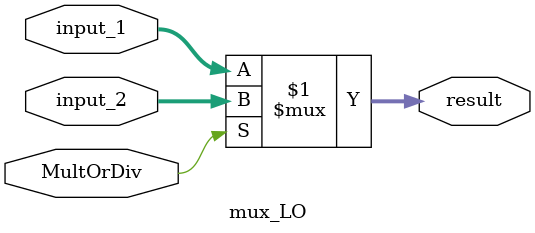
<source format=v>
module mux_LO (
  input  wire        MultOrDiv,
  input  wire [31:0] input_1,
  input  wire [31:0] input_2,
  
  output wire [31:0] result
);

  assign result = MultOrDiv ? input_2 : input_1;

endmodule 
</source>
